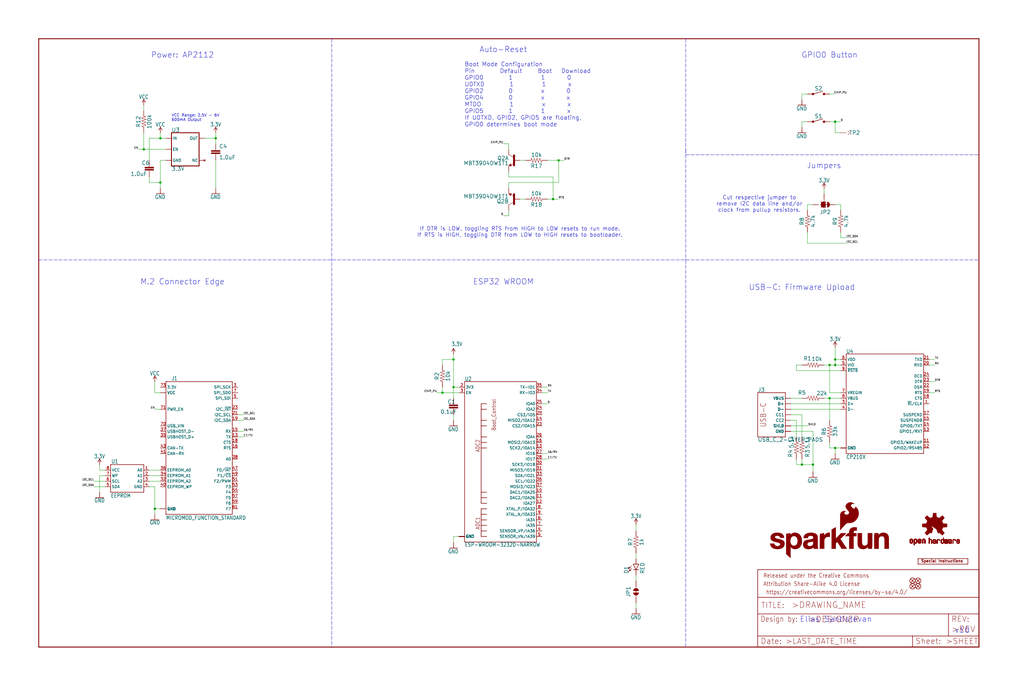
<source format=kicad_sch>
(kicad_sch (version 20211123) (generator eeschema)
  (paper "User" 470.306 317.906)
  (lib_symbols
    (symbol "eagleSchem-eagle-import:0.1UF-0603-25V-(+80{slash}-20%)"
      (property "Reference" "C" (at 1.524 2.921 0))
      (property "Value" "0.1UF-0603-25V-(+80{slash}-20%)" (at 1.524 -2.159 0))
      (symbol "0.1UF-0603-25V-(+80{slash}-20%)_1_0"
        (pin passive line (at 0 5.08 270) (length 2.54) (name "1") (number "1"))
        (pin passive line (at 0 -2.54 90) (length 2.54) (name "2") (number "2"))
      )
    )
    (symbol "eagleSchem-eagle-import:1.0UF-0603-16V-10%"
      (property "Reference" "C" (at 1.524 2.921 0))
      (property "Value" "1.0UF-0603-16V-10%" (at 1.524 -2.159 0))
      (symbol "1.0UF-0603-16V-10%_1_0"
        (pin passive line (at 0 5.08 270) (length 2.54) (name "1") (number "1"))
        (pin passive line (at 0 -2.54 90) (length 2.54) (name "2") (number "2"))
      )
    )
    (symbol "eagleSchem-eagle-import:100KOHM-0603-1{slash}10W-1%"
      (property "Reference" "R" (at 0 1.524 0))
      (property "Value" "100KOHM-0603-1{slash}10W-1%" (at 0 -1.524 0))
      (symbol "100KOHM-0603-1{slash}10W-1%_1_0"
        (pin passive line (at -5.08 0 0) (length 2.54) (name "1") (number "1"))
        (pin passive line (at 5.08 0 180) (length 2.54) (name "2") (number "2"))
      )
    )
    (symbol "eagleSchem-eagle-import:10KOHM-0603-1{slash}10W-1%"
      (property "Reference" "R" (at 0 1.524 0))
      (property "Value" "10KOHM-0603-1{slash}10W-1%" (at 0 -1.524 0))
      (symbol "10KOHM-0603-1{slash}10W-1%_1_0"
        (pin passive line (at -5.08 0 0) (length 2.54) (name "1") (number "1"))
        (pin passive line (at 5.08 0 180) (length 2.54) (name "2") (number "2"))
      )
    )
    (symbol "eagleSchem-eagle-import:1KOHM-0603-1{slash}10W-1%"
      (property "Reference" "R" (at 0 1.524 0))
      (property "Value" "1KOHM-0603-1{slash}10W-1%" (at 0 -1.524 0))
      (symbol "1KOHM-0603-1{slash}10W-1%_1_0"
        (pin passive line (at -5.08 0 0) (length 2.54) (name "1") (number "1"))
        (pin passive line (at 5.08 0 180) (length 2.54) (name "2") (number "2"))
      )
    )
    (symbol "eagleSchem-eagle-import:22KOHM-0603-1{slash}10W-1%"
      (property "Reference" "R" (at 0 1.524 0))
      (property "Value" "22KOHM-0603-1{slash}10W-1%" (at 0 -1.524 0))
      (symbol "22KOHM-0603-1{slash}10W-1%_1_0"
        (pin passive line (at -5.08 0 0) (length 2.54) (name "1") (number "1"))
        (pin passive line (at 5.08 0 180) (length 2.54) (name "2") (number "2"))
      )
    )
    (symbol "eagleSchem-eagle-import:3.3V" (power)
      (property "Value" "3.3V" (at 0 2.794 0))
      (symbol "3.3V_1_0"
        (pin power_in line (at 0 0 90) (length 2.54) (name "3.3V") (number "1"))
      )
    )
    (symbol "eagleSchem-eagle-import:33KOHM-0603-1{slash}10W-1%"
      (property "Reference" "R" (at 0 1.524 0))
      (property "Value" "33KOHM-0603-1{slash}10W-1%" (at 0 -1.524 0))
      (symbol "33KOHM-0603-1{slash}10W-1%_1_0"
        (pin passive line (at -5.08 0 0) (length 2.54) (name "1") (number "1"))
        (pin passive line (at 5.08 0 180) (length 2.54) (name "2") (number "2"))
      )
    )
    (symbol "eagleSchem-eagle-import:4.7KOHM-0603-1{slash}10W-1%"
      (property "Reference" "R" (at 0 1.524 0))
      (property "Value" "4.7KOHM-0603-1{slash}10W-1%" (at 0 -1.524 0))
      (symbol "4.7KOHM-0603-1{slash}10W-1%_1_0"
        (pin passive line (at -5.08 0 0) (length 2.54) (name "1") (number "1"))
        (pin passive line (at 5.08 0 180) (length 2.54) (name "2") (number "2"))
      )
    )
    (symbol "eagleSchem-eagle-import:5.1KOHM5.1KOHM-0603-1{slash}10W-1%"
      (property "Reference" "R" (at 0 1.524 0))
      (property "Value" "5.1KOHM5.1KOHM-0603-1{slash}10W-1%" (at 0 -1.524 0))
      (symbol "5.1KOHM5.1KOHM-0603-1{slash}10W-1%_1_0"
        (pin passive line (at -5.08 0 0) (length 2.54) (name "1") (number "1"))
        (pin passive line (at 5.08 0 180) (length 2.54) (name "2") (number "2"))
      )
    )
    (symbol "eagleSchem-eagle-import:CP2102N"
      (property "Reference" "U" (at -17.78 23.114 0))
      (property "Value" "CP2102N" (at -17.78 -25.4 0))
      (symbol "CP2102N_1_0"
        (pin bidirectional line (at 20.32 0 180) (length 2.54) (name "~{RI}/CLK") (number "1"))
        (pin bidirectional line (at 20.32 -17.78 180) (length 2.54) (name "GPIO3/WAKEUP") (number "11"))
        (pin bidirectional line (at 20.32 -20.32 180) (length 2.54) (name "GPIO2/RS485") (number "12"))
        (pin bidirectional line (at 20.32 -12.7 180) (length 2.54) (name "GPIO1/RXT") (number "13"))
        (pin bidirectional line (at 20.32 -10.16 180) (length 2.54) (name "GPIO0/TXT") (number "14"))
        (pin bidirectional line (at 20.32 -7.62 180) (length 2.54) (name "SUSPENDB") (number "15"))
        (pin bidirectional line (at 20.32 -5.08 180) (length 2.54) (name "SUSPEND") (number "17"))
        (pin bidirectional line (at 20.32 2.54 180) (length 2.54) (name "CTS") (number "18"))
        (pin bidirectional line (at 20.32 5.08 180) (length 2.54) (name "RTS") (number "19"))
        (pin bidirectional line (at -20.32 -20.32 0) (length 2.54) (name "GND") (number "2"))
        (pin bidirectional line (at 20.32 17.78 180) (length 2.54) (name "RXD") (number "20"))
        (pin bidirectional line (at 20.32 20.32 180) (length 2.54) (name "TXD") (number "21"))
        (pin bidirectional line (at 20.32 7.62 180) (length 2.54) (name "DSR") (number "22"))
        (pin bidirectional line (at 20.32 10.16 180) (length 2.54) (name "DTR") (number "23"))
        (pin bidirectional line (at 20.32 12.7 180) (length 2.54) (name "DCD") (number "24"))
        (pin bidirectional line (at -20.32 0 0) (length 2.54) (name "D+") (number "3"))
        (pin bidirectional line (at -20.32 -2.54 0) (length 2.54) (name "D-") (number "4"))
        (pin bidirectional line (at -20.32 17.78 0) (length 2.54) (name "VIO") (number "5"))
        (pin bidirectional line (at -20.32 20.32 0) (length 2.54) (name "VDD") (number "6"))
        (pin bidirectional line (at -20.32 5.08 0) (length 2.54) (name "VREGIN") (number "7"))
        (pin bidirectional line (at -20.32 2.54 0) (length 2.54) (name "VBUS") (number "8"))
        (pin bidirectional line (at -20.32 15.24 0) (length 2.54) (name "~{RSTB}") (number "9"))
        (pin bidirectional line (at -20.32 -20.32 0) (length 2.54) (name "GND") (number "PAD"))
      )
    )
    (symbol "eagleSchem-eagle-import:EEPROM-I2C512K"
      (property "Reference" "U" (at -7.62 8.382 0))
      (property "Value" "EEPROM-I2C512K" (at -7.62 -7.62 0))
      (symbol "EEPROM-I2C512K_1_0"
        (pin bidirectional line (at -10.16 5.08 0) (length 2.54) (name "A0") (number "1"))
        (pin bidirectional line (at -10.16 2.54 0) (length 2.54) (name "A1") (number "2"))
        (pin bidirectional line (at -10.16 0 0) (length 2.54) (name "A2") (number "3"))
        (pin power_in line (at -10.16 -2.54 0) (length 2.54) (name "GND") (number "4"))
        (pin bidirectional line (at 10.16 -2.54 180) (length 2.54) (name "SDA") (number "5"))
        (pin bidirectional line (at 10.16 0 180) (length 2.54) (name "SCL") (number "6"))
        (pin bidirectional line (at 10.16 2.54 180) (length 2.54) (name "WP") (number "7"))
        (pin power_in line (at 10.16 5.08 180) (length 2.54) (name "VCC") (number "8"))
      )
    )
    (symbol "eagleSchem-eagle-import:ESP-WROOM-3232D-NARROW"
      (property "Reference" "U" (at -17.78 38.354 0))
      (property "Value" "ESP-WROOM-3232D-NARROW" (at -17.78 -35.814 0))
      (symbol "ESP-WROOM-3232D-NARROW_1_0"
        (text "ADC1" (at -11.684 -26.924 900) (effects (font (size 1.778 1.5113))))
        (text "ADC2" (at -11.684 8.636 900) (effects (font (size 1.778 1.5113))))
        (text "Boot_Control" (at -4.318 22.86 900) (effects (font (size 1.778 1.5113))))
        (pin bidirectional line (at -20.32 -33.02 0) (length 2.54) (name "GND") (number "1"))
        (pin bidirectional line (at 17.78 -12.7 180) (length 2.54) (name "DAC1/IOA25") (number "10"))
        (pin bidirectional line (at 17.78 -15.24 180) (length 2.54) (name "DAC2/IOA26") (number "11"))
        (pin bidirectional line (at 17.78 -17.78 180) (length 2.54) (name "IOA27") (number "12"))
        (pin bidirectional line (at 17.78 7.62 180) (length 2.54) (name "SCK2/IOA14") (number "13"))
        (pin bidirectional line (at 17.78 20.32 180) (length 2.54) (name "MISO2/IOA12") (number "14"))
        (pin bidirectional line (at -20.32 -33.02 0) (length 2.54) (name "GND") (number "15"))
        (pin bidirectional line (at 17.78 10.16 180) (length 2.54) (name "MOSI2/IOA13") (number "16"))
        (pin bidirectional line (at -20.32 35.56 0) (length 2.54) (name "3V3") (number "2"))
        (pin bidirectional line (at 17.78 17.78 180) (length 2.54) (name "CS2/IOA15") (number "23"))
        (pin bidirectional line (at 17.78 25.4 180) (length 2.54) (name "IOA2") (number "24"))
        (pin bidirectional line (at 17.78 27.94 180) (length 2.54) (name "IOA0") (number "25"))
        (pin bidirectional line (at 17.78 12.7 180) (length 2.54) (name "IOA4") (number "26"))
        (pin bidirectional line (at 17.78 5.08 180) (length 2.54) (name "IO16") (number "27"))
        (pin bidirectional line (at 17.78 2.54 180) (length 2.54) (name "IO17") (number "28"))
        (pin bidirectional line (at 17.78 22.86 180) (length 2.54) (name "CS3/IO5") (number "29"))
        (pin bidirectional line (at -20.32 33.02 0) (length 2.54) (name "EN") (number "3"))
        (pin bidirectional line (at 17.78 0 180) (length 2.54) (name "SCK3/IO18") (number "30"))
        (pin bidirectional line (at 17.78 -2.54 180) (length 2.54) (name "MISO3/IO19") (number "31"))
        (pin bidirectional line (at 17.78 -5.08 180) (length 2.54) (name "SDA/IO21") (number "33"))
        (pin bidirectional line (at 17.78 33.02 180) (length 2.54) (name "RX-IO3") (number "34"))
        (pin bidirectional line (at 17.78 35.56 180) (length 2.54) (name "TX-IO1") (number "35"))
        (pin bidirectional line (at 17.78 -7.62 180) (length 2.54) (name "SCL/IO22") (number "36"))
        (pin bidirectional line (at 17.78 -10.16 180) (length 2.54) (name "MOSI3/IO23") (number "37"))
        (pin bidirectional line (at -20.32 -33.02 0) (length 2.54) (name "GND") (number "38"))
        (pin bidirectional line (at 17.78 -30.48 180) (length 2.54) (name "SENSOR_VP/IA36") (number "4"))
        (pin bidirectional line (at 17.78 -33.02 180) (length 2.54) (name "SENSOR_VN/IA39") (number "5"))
        (pin bidirectional line (at 17.78 -25.4 180) (length 2.54) (name "IA34") (number "6"))
        (pin bidirectional line (at 17.78 -27.94 180) (length 2.54) (name "IA35") (number "7"))
        (pin bidirectional line (at 17.78 -20.32 180) (length 2.54) (name "XTAL_P/IOA32") (number "8"))
        (pin bidirectional line (at 17.78 -22.86 180) (length 2.54) (name "XTAL_N/IOA33") (number "9"))
        (pin bidirectional line (at -20.32 -33.02 0) (length 2.54) (name "GND") (number "GND1"))
        (pin bidirectional line (at -20.32 -33.02 0) (length 2.54) (name "GND") (number "GNDT1"))
        (pin bidirectional line (at -20.32 -33.02 0) (length 2.54) (name "GND") (number "GNDT2"))
        (pin bidirectional line (at -20.32 -33.02 0) (length 2.54) (name "GND") (number "GNDT3"))
        (pin bidirectional line (at -20.32 -33.02 0) (length 2.54) (name "GND") (number "GNDT4"))
        (pin bidirectional line (at -20.32 -33.02 0) (length 2.54) (name "GND") (number "GNDT5"))
        (pin bidirectional line (at -20.32 -33.02 0) (length 2.54) (name "GND") (number "GNDT6"))
        (pin bidirectional line (at -20.32 -33.02 0) (length 2.54) (name "GND") (number "GNDT7"))
        (pin bidirectional line (at -20.32 -33.02 0) (length 2.54) (name "GND") (number "GNDT8"))
      )
    )
    (symbol "eagleSchem-eagle-import:FIDUCIAL1X2")
    (symbol "eagleSchem-eagle-import:FRAME-LEDGER"
      (symbol "FRAME-LEDGER_2_0"
        (text " https://creativecommons.org/licenses/by-sa/4.0/" (at 2.54 24.13 0) (effects (font (size 1.9304 1.6408)) (justify left bottom)))
        (text ">DESIGNER" (at 23.114 11.176 0) (effects (font (size 2.7432 2.7432)) (justify left bottom)))
        (text ">DRAWING_NAME" (at 15.494 17.78 0) (effects (font (size 2.7432 2.7432)) (justify left bottom)))
        (text ">LAST_DATE_TIME" (at 12.7 1.27 0) (effects (font (size 2.54 2.54)) (justify left bottom)))
        (text ">REV" (at 88.9 6.604 0) (effects (font (size 2.7432 2.7432)) (justify left bottom)))
        (text ">SHEET" (at 86.36 1.27 0) (effects (font (size 2.54 2.54)) (justify left bottom)))
        (text "Attribution Share-Alike 4.0 License" (at 2.54 27.94 0) (effects (font (size 1.9304 1.6408)) (justify left bottom)))
        (text "Date:" (at 1.27 1.27 0) (effects (font (size 2.54 2.54)) (justify left bottom)))
        (text "Design by:" (at 1.27 11.43 0) (effects (font (size 2.54 2.159)) (justify left bottom)))
        (text "Released under the Creative Commons" (at 2.54 31.75 0) (effects (font (size 1.9304 1.6408)) (justify left bottom)))
        (text "REV:" (at 88.9 11.43 0) (effects (font (size 2.54 2.54)) (justify left bottom)))
        (text "Sheet:" (at 72.39 1.27 0) (effects (font (size 2.54 2.54)) (justify left bottom)))
        (text "TITLE:" (at 1.524 17.78 0) (effects (font (size 2.54 2.54)) (justify left bottom)))
      )
    )
    (symbol "eagleSchem-eagle-import:GND" (power)
      (property "Value" "GND" (at 0 -0.254 0))
      (symbol "GND_1_0"
        (pin power_in line (at 0 2.54 270) (length 2.54) (name "GND") (number "1"))
      )
    )
    (symbol "eagleSchem-eagle-import:JUMPER-SMT_2_NC_TRACE_SILK"
      (property "Reference" "JP" (at 0 3.048 0))
      (property "Value" "JUMPER-SMT_2_NC_TRACE_SILK" (at 0 -3.048 0))
      (symbol "JUMPER-SMT_2_NC_TRACE_SILK_1_0"
        (pin passive line (at -5.08 0 0) (length 2.54) (name "1") (number "1"))
        (pin passive line (at 5.08 0 180) (length 2.54) (name "2") (number "2"))
      )
    )
    (symbol "eagleSchem-eagle-import:JUMPER-SMT_3_2-NC_TRACE_SILK"
      (property "Reference" "JP" (at 6.096 1.524 0))
      (property "Value" "JUMPER-SMT_3_2-NC_TRACE_SILK" (at 6.858 -1.524 0))
      (symbol "JUMPER-SMT_3_2-NC_TRACE_SILK_1_0"
        (pin passive line (at 0 5.08 270) (length 2.54) (name "1") (number "1"))
        (pin passive line (at -5.08 0 0) (length 2.54) (name "2") (number "2"))
        (pin passive line (at 0 -5.08 90) (length 2.54) (name "3") (number "3"))
      )
    )
    (symbol "eagleSchem-eagle-import:LED-RED0603"
      (property "Reference" "D" (at -3.429 -4.572 90))
      (property "Value" "LED-RED0603" (at 1.905 -4.572 90))
      (symbol "LED-RED0603_1_0"
        (pin passive line (at 0 2.54 270) (length 2.54) (name "A") (number "A"))
        (pin passive line (at 0 -5.08 90) (length 2.54) (name "C") (number "C"))
      )
    )
    (symbol "eagleSchem-eagle-import:MICROMOD_FUNCTION_STANDARD"
      (property "Reference" "J" (at -15.24 28.448 0))
      (property "Value" "MICROMOD_FUNCTION_STANDARD" (at -15.24 -35.56 0))
      (symbol "MICROMOD_FUNCTION_STANDARD_1_0"
        (pin bidirectional line (at -17.78 -30.48 0) (length 2.54) (name "GND") (number "1"))
        (pin bidirectional line (at 17.78 2.54 180) (length 2.54) (name "TX") (number "13"))
        (pin bidirectional line (at 17.78 5.08 180) (length 2.54) (name "RX") (number "15"))
        (pin bidirectional line (at 17.78 -2.54 180) (length 2.54) (name "RTS") (number "16"))
        (pin bidirectional line (at 17.78 0 180) (length 2.54) (name "CTS") (number "18"))
        (pin bidirectional line (at 17.78 10.16 180) (length 2.54) (name "I2C_SDA") (number "19"))
        (pin bidirectional line (at 17.78 12.7 180) (length 2.54) (name "I2C_SCL") (number "21"))
        (pin bidirectional line (at 17.78 15.24 180) (length 2.54) (name "I2C_~{INT}") (number "23"))
        (pin bidirectional line (at 17.78 25.4 180) (length 2.54) (name "SPI_SCK") (number "3"))
        (pin bidirectional line (at -17.78 -17.78 0) (length 2.54) (name "EEPROM_A2") (number "32"))
        (pin bidirectional line (at -17.78 -30.48 0) (length 2.54) (name "GND") (number "33"))
        (pin bidirectional line (at -17.78 -15.24 0) (length 2.54) (name "EEPROM_A1") (number "34"))
        (pin bidirectional line (at -17.78 2.54 0) (length 2.54) (name "USBHOST_D+") (number "35"))
        (pin bidirectional line (at -17.78 -12.7 0) (length 2.54) (name "EEPROM_A0") (number "36"))
        (pin bidirectional line (at -17.78 5.08 0) (length 2.54) (name "USBHOST_D-") (number "37"))
        (pin bidirectional line (at 17.78 -7.62 180) (length 2.54) (name "A0") (number "38"))
        (pin bidirectional line (at -17.78 -30.48 0) (length 2.54) (name "GND") (number "39"))
        (pin bidirectional line (at -17.78 -20.32 0) (length 2.54) (name "EEPROM_WP") (number "40"))
        (pin bidirectional line (at -17.78 -5.08 0) (length 2.54) (name "CAN-RX") (number "41"))
        (pin bidirectional line (at -17.78 -2.54 0) (length 2.54) (name "CAN-TX") (number "43"))
        (pin bidirectional line (at -17.78 -30.48 0) (length 2.54) (name "GND") (number "45"))
        (pin bidirectional line (at 17.78 -12.7 180) (length 2.54) (name "F0/~{INT}") (number "47"))
        (pin bidirectional line (at 17.78 -15.24 180) (length 2.54) (name "F1/~{CS}") (number "49"))
        (pin bidirectional line (at 17.78 20.32 180) (length 2.54) (name "SPI_SDI") (number "5"))
        (pin bidirectional line (at 17.78 -17.78 180) (length 2.54) (name "F2/PWM") (number "51"))
        (pin bidirectional line (at 17.78 -20.32 180) (length 2.54) (name "F3") (number "53"))
        (pin bidirectional line (at 17.78 -22.86 180) (length 2.54) (name "F4") (number "55"))
        (pin bidirectional line (at 17.78 -25.4 180) (length 2.54) (name "F5") (number "57"))
        (pin bidirectional line (at 17.78 -27.94 180) (length 2.54) (name "F6") (number "59"))
        (pin bidirectional line (at 17.78 -30.48 180) (length 2.54) (name "F7") (number "61"))
        (pin bidirectional line (at 17.78 22.86 180) (length 2.54) (name "SPI_SDO") (number "7"))
        (pin bidirectional line (at -17.78 7.62 0) (length 2.54) (name "USB_VIN") (number "70"))
        (pin bidirectional line (at -17.78 15.24 0) (length 2.54) (name "PWR_EN") (number "71"))
        (pin bidirectional line (at -17.78 22.86 0) (length 2.54) (name "VCC") (number "72"))
        (pin bidirectional line (at -17.78 25.4 0) (length 2.54) (name "3.3V") (number "73"))
        (pin bidirectional line (at -17.78 22.86 0) (length 2.54) (name "VCC") (number "74"))
        (pin bidirectional line (at -17.78 -30.48 0) (length 2.54) (name "GND") (number "75"))
        (pin bidirectional line (at -17.78 -30.48 0) (length 2.54) (name "GND") (number "GND1"))
        (pin bidirectional line (at -17.78 -30.48 0) (length 2.54) (name "GND") (number "GND2"))
        (pin bidirectional line (at -17.78 -30.48 0) (length 2.54) (name "GND") (number "GND3"))
        (pin bidirectional line (at -17.78 -30.48 0) (length 2.54) (name "GND") (number "GND4"))
        (pin bidirectional line (at -17.78 -30.48 0) (length 2.54) (name "GND") (number "GND5"))
        (pin bidirectional line (at -17.78 -30.48 0) (length 2.54) (name "GND") (number "GND6"))
      )
    )
    (symbol "eagleSchem-eagle-import:MOMENTARY-SWITCH-SPST-SMD-5.2MM-TALL"
      (property "Reference" "S" (at 0 1.524 0))
      (property "Value" "MOMENTARY-SWITCH-SPST-SMD-5.2MM-TALL" (at 0 -0.508 0))
      (symbol "MOMENTARY-SWITCH-SPST-SMD-5.2MM-TALL_1_0"
        (pin passive line (at -5.08 0 0) (length 2.54) (name "1") (number "1"))
        (pin passive line (at 5.08 0 180) (length 2.54) (name "2") (number "3"))
      )
    )
    (symbol "eagleSchem-eagle-import:OSHW-LOGOS")
    (symbol "eagleSchem-eagle-import:SFE_LOGO_NAME_FLAME.2_INCH")
    (symbol "eagleSchem-eagle-import:SPECIAL_INSTRUCTIONS-ORDERING"
      (symbol "SPECIAL_INSTRUCTIONS-ORDERING_1_0"
        (text "Special Instructions" (at 1.27 0.6985 0) (effects (font (size 1.27 1.27) (thickness 0.254) bold) (justify left bottom)))
      )
    )
    (symbol "eagleSchem-eagle-import:TEST-POINTTP_15TH_THRU"
      (property "Reference" "TP" (at -2.54 2.54 0))
      (property "Value" "TEST-POINTTP_15TH_THRU" (at -2.54 -2.54 0))
      (symbol "TEST-POINTTP_15TH_THRU_1_0"
        (pin bidirectional line (at 0 0 180) (length 0) (name "1") (number "1"))
      )
    )
    (symbol "eagleSchem-eagle-import:TRANS_NPN_DUAL-MBT3904DW1T1"
      (property "Reference" "Q" (at 2.54 0 0))
      (property "Value" "TRANS_NPN_DUAL-MBT3904DW1T1" (at 2.54 -2.286 0))
      (symbol "TRANS_NPN_DUAL-MBT3904DW1T1_1_0"
        (pin passive line (at 2.54 5.08 270) (length 2.54) (name "C") (number "3"))
        (pin passive line (at 2.54 -5.08 90) (length 2.54) (name "E") (number "4"))
        (pin passive line (at -2.54 0 0) (length 2.54) (name "B") (number "5"))
      )
      (symbol "TRANS_NPN_DUAL-MBT3904DW1T1_2_0"
        (pin passive line (at 2.54 -5.08 90) (length 2.54) (name "E") (number "1"))
        (pin passive line (at -2.54 0 0) (length 2.54) (name "B") (number "2"))
        (pin passive line (at 2.54 5.08 270) (length 2.54) (name "C") (number "6"))
      )
    )
    (symbol "eagleSchem-eagle-import:USB_C_2-LAYER_PADS"
      (property "Reference" "J" (at -2.54 10.414 0))
      (property "Value" "USB_C_2-LAYER_PADS" (at -2.54 -12.446 0))
      (symbol "USB_C_2-LAYER_PADS_1_0"
        (text "USB-C" (at 0 0 900) (effects (font (size 2.54 2.159))))
        (pin bidirectional line (at 12.7 0 180) (length 2.54) (name "CC1") (number "A5"))
        (pin bidirectional line (at 12.7 5.08 180) (length 2.54) (name "D+") (number "A6"))
        (pin bidirectional line (at 12.7 2.54 180) (length 2.54) (name "D-") (number "A7"))
        (pin bidirectional line (at 12.7 -2.54 180) (length 2.54) (name "CC2") (number "B5"))
        (pin bidirectional line (at 12.7 5.08 180) (length 2.54) (name "D+") (number "B6"))
        (pin bidirectional line (at 12.7 2.54 180) (length 2.54) (name "D-") (number "B7"))
        (pin bidirectional line (at 12.7 -7.62 180) (length 2.54) (name "GND") (number "GND"))
        (pin bidirectional line (at 12.7 -7.62 180) (length 2.54) (name "GND") (number "GND2"))
        (pin bidirectional line (at 12.7 -5.08 180) (length 2.54) (name "SHLD") (number "SHLD1"))
        (pin bidirectional line (at 12.7 -5.08 180) (length 2.54) (name "SHLD") (number "SHLD2"))
        (pin bidirectional line (at 12.7 -5.08 180) (length 2.54) (name "SHLD") (number "SHLD3"))
        (pin bidirectional line (at 12.7 -5.08 180) (length 2.54) (name "SHLD") (number "SHLD4"))
        (pin bidirectional line (at 12.7 7.62 180) (length 2.54) (name "VBUS") (number "VBUS1"))
        (pin bidirectional line (at 12.7 7.62 180) (length 2.54) (name "VBUS") (number "VBUS2"))
      )
    )
    (symbol "eagleSchem-eagle-import:VCC" (power)
      (property "Value" "VCC" (at 0 2.794 0))
      (symbol "VCC_1_0"
        (pin power_in line (at 0 0 90) (length 2.54) (name "VCC") (number "1"))
      )
    )
    (symbol "eagleSchem-eagle-import:V_REG_AP2112K-3.3V"
      (property "Reference" "U" (at -7.62 7.874 0))
      (property "Value" "V_REG_AP2112K-3.3V" (at -7.62 -7.874 0))
      (symbol "V_REG_AP2112K-3.3V_1_0"
        (pin input line (at -10.16 5.08 0) (length 2.54) (name "IN") (number "1"))
        (pin input line (at -10.16 -5.08 0) (length 2.54) (name "GND") (number "2"))
        (pin input line (at -10.16 0 0) (length 2.54) (name "EN") (number "3"))
        (pin no_connect line (at 7.62 -5.08 180) (length 2.54) (name "NC") (number "4"))
        (pin passive line (at 7.62 5.08 180) (length 2.54) (name "OUT") (number "5"))
      )
    )
  )
  (junction (at 208.28 177.8))
  (junction (at 203.2 180.34))
  (junction (at 73.66 83.82))
  (junction (at 73.66 63.5))
  (junction (at 71.12 233.68))
  (junction (at 381 182.88))
  (junction (at 256.54 73.66))
  (junction (at 381 167.64))
  (junction (at 373.38 213.36))
  (junction (at 99.06 63.5))
  (junction (at 368.3 213.36))
  (junction (at 254 91.44))
  (junction (at 383.54 55.88))
  (junction (at 383.54 205.74))
  (junction (at 383.54 165.1))
  (junction (at 66.04 68.58))
  (junction (at 208.28 165.1))
  (junction (at 383.54 167.64))
  (wire (pts (xy 73.66 220.98) (xy 68.58 220.98)))
  (wire (pts (xy 251.46 73.66) (xy 256.54 73.66)))
  (wire (pts (xy 363.22 193.04) (xy 365.76 193.04)))
  (wire (pts (xy 248.92 180.34) (xy 251.46 180.34)))
  (wire (pts (xy 73.66 233.68) (xy 71.12 233.68)))
  (wire (pts (xy 365.76 170.18) (xy 365.76 167.64)))
  (wire (pts (xy 48.26 223.52) (xy 43.18 223.52)))
  (wire (pts (xy 292.1 266.7) (xy 292.1 264.16)))
  (wire (pts (xy 241.3 73.66) (xy 238.76 73.66)))
  (wire (pts (xy 248.92 177.8) (xy 251.46 177.8)))
  (wire (pts (xy 254 81.28) (xy 233.68 81.28)))
  (wire (pts (xy 373.38 93.98) (xy 370.84 93.98)))
  (wire (pts (xy 210.82 180.34) (xy 203.2 180.34)))
  (wire (pts (xy 99.06 63.5) (xy 99.06 66.04)))
  (wire (pts (xy 426.72 175.26) (xy 429.26 175.26)))
  (wire (pts (xy 386.08 180.34) (xy 381 180.34)))
  (wire (pts (xy 383.54 60.96) (xy 386.08 60.96)))
  (wire (pts (xy 368.3 213.36) (xy 373.38 213.36)))
  (wire (pts (xy 208.28 165.1) (xy 203.2 165.1)))
  (wire (pts (xy 208.28 190.5) (xy 208.28 193.04)))
  (wire (pts (xy 233.68 68.58) (xy 233.68 66.04)))
  (polyline (pts (xy 17.78 119.38) (xy 314.96 119.38)))
  (wire (pts (xy 71.12 180.34) (xy 71.12 175.26)))
  (polyline (pts (xy 314.96 119.38) (xy 314.96 297.18)))
  (wire (pts (xy 73.66 73.66) (xy 73.66 83.82)))
  (wire (pts (xy 370.84 43.18) (xy 368.3 43.18)))
  (wire (pts (xy 386.08 170.18) (xy 365.76 170.18)))
  (wire (pts (xy 71.12 223.52) (xy 71.12 233.68)))
  (wire (pts (xy 73.66 83.82) (xy 73.66 86.36)))
  (wire (pts (xy 254 91.44) (xy 256.54 91.44)))
  (wire (pts (xy 256.54 83.82) (xy 256.54 73.66)))
  (wire (pts (xy 241.3 91.44) (xy 238.76 91.44)))
  (wire (pts (xy 370.84 93.98) (xy 370.84 96.52)))
  (wire (pts (xy 208.28 177.8) (xy 210.82 177.8)))
  (wire (pts (xy 426.72 180.34) (xy 429.26 180.34)))
  (wire (pts (xy 73.66 180.34) (xy 71.12 180.34)))
  (wire (pts (xy 368.3 210.82) (xy 368.3 213.36)))
  (wire (pts (xy 248.92 208.28) (xy 251.46 208.28)))
  (wire (pts (xy 203.2 165.1) (xy 203.2 167.64)))
  (polyline (pts (xy 314.96 71.12) (xy 449.58 71.12)))
  (wire (pts (xy 66.04 50.8) (xy 66.04 48.26)))
  (wire (pts (xy 45.72 218.44) (xy 45.72 226.06)))
  (wire (pts (xy 208.28 246.38) (xy 208.28 249.174)))
  (wire (pts (xy 248.92 185.42) (xy 251.46 185.42)))
  (wire (pts (xy 386.08 185.42) (xy 363.22 185.42)))
  (wire (pts (xy 76.2 73.66) (xy 73.66 73.66)))
  (wire (pts (xy 73.66 218.44) (xy 68.58 218.44)))
  (wire (pts (xy 381 180.34) (xy 381 167.64)))
  (wire (pts (xy 363.22 187.96) (xy 386.08 187.96)))
  (wire (pts (xy 386.08 93.98) (xy 383.54 93.98)))
  (wire (pts (xy 365.76 193.04) (xy 365.76 200.66)))
  (wire (pts (xy 71.12 233.68) (xy 71.12 236.22)))
  (wire (pts (xy 378.46 86.614) (xy 378.46 88.9)))
  (wire (pts (xy 363.22 182.88) (xy 368.3 182.88)))
  (wire (pts (xy 386.08 106.68) (xy 386.08 109.22)))
  (wire (pts (xy 383.54 167.64) (xy 381 167.64)))
  (wire (pts (xy 48.26 220.98) (xy 43.18 220.98)))
  (polyline (pts (xy 314.96 68.58) (xy 314.96 71.12)))
  (wire (pts (xy 383.54 55.88) (xy 383.54 60.96)))
  (wire (pts (xy 386.08 96.52) (xy 386.08 93.98)))
  (wire (pts (xy 233.68 86.36) (xy 233.68 83.82)))
  (wire (pts (xy 373.38 198.12) (xy 373.38 213.36)))
  (wire (pts (xy 109.22 198.12) (xy 111.76 198.12)))
  (wire (pts (xy 48.26 215.9) (xy 45.72 215.9)))
  (wire (pts (xy 66.04 68.58) (xy 66.04 60.96)))
  (wire (pts (xy 73.66 215.9) (xy 68.58 215.9)))
  (wire (pts (xy 76.2 68.58) (xy 66.04 68.58)))
  (wire (pts (xy 254 91.44) (xy 254 81.28)))
  (wire (pts (xy 109.22 193.04) (xy 111.76 193.04)))
  (polyline (pts (xy 314.96 68.58) (xy 314.96 119.38)))
  (wire (pts (xy 381 182.88) (xy 381 193.04)))
  (wire (pts (xy 99.06 60.96) (xy 99.06 63.5)))
  (wire (pts (xy 68.58 73.66) (xy 68.58 63.5)))
  (wire (pts (xy 208.28 177.8) (xy 208.28 182.88)))
  (wire (pts (xy 426.72 165.1) (xy 429.26 165.1)))
  (wire (pts (xy 378.46 182.88) (xy 381 182.88)))
  (wire (pts (xy 368.3 190.5) (xy 368.3 200.66)))
  (wire (pts (xy 48.26 218.44) (xy 45.72 218.44)))
  (wire (pts (xy 370.84 111.76) (xy 388.62 111.76)))
  (wire (pts (xy 386.08 167.64) (xy 383.54 167.64)))
  (wire (pts (xy 68.58 83.82) (xy 68.58 81.28)))
  (wire (pts (xy 381 167.64) (xy 378.46 167.64)))
  (wire (pts (xy 66.04 68.58) (xy 63.5 68.58)))
  (wire (pts (xy 93.98 63.5) (xy 99.06 63.5)))
  (wire (pts (xy 363.22 198.12) (xy 373.38 198.12)))
  (polyline (pts (xy 314.96 17.78) (xy 314.96 68.58)))
  (wire (pts (xy 381 205.74) (xy 381 203.2)))
  (polyline (pts (xy 314.96 119.38) (xy 449.58 119.38)))
  (wire (pts (xy 386.08 165.1) (xy 383.54 165.1)))
  (wire (pts (xy 292.1 243.84) (xy 292.1 240.792)))
  (wire (pts (xy 208.28 162.56) (xy 208.28 165.1)))
  (wire (pts (xy 68.58 223.52) (xy 71.12 223.52)))
  (wire (pts (xy 76.2 63.5) (xy 73.66 63.5)))
  (wire (pts (xy 383.54 205.74) (xy 381 205.74)))
  (wire (pts (xy 233.68 99.06) (xy 233.68 96.52)))
  (wire (pts (xy 426.72 167.64) (xy 429.26 167.64)))
  (wire (pts (xy 292.1 256.54) (xy 292.1 254)))
  (wire (pts (xy 365.76 167.64) (xy 368.3 167.64)))
  (wire (pts (xy 370.84 106.68) (xy 370.84 111.76)))
  (wire (pts (xy 383.54 165.1) (xy 383.54 159.512)))
  (wire (pts (xy 386.08 205.74) (xy 383.54 205.74)))
  (wire (pts (xy 381 182.88) (xy 386.08 182.88)))
  (wire (pts (xy 256.54 73.66) (xy 259.08 73.66)))
  (wire (pts (xy 381 55.88) (xy 383.54 55.88)))
  (wire (pts (xy 73.66 63.5) (xy 73.66 60.96)))
  (wire (pts (xy 233.68 81.28) (xy 233.68 78.74)))
  (wire (pts (xy 381 43.18) (xy 383.032 43.18)))
  (wire (pts (xy 373.38 213.36) (xy 373.38 216.662)))
  (wire (pts (xy 111.76 200.66) (xy 109.22 200.66)))
  (wire (pts (xy 203.2 180.34) (xy 200.66 180.34)))
  (wire (pts (xy 68.58 83.82) (xy 73.66 83.82)))
  (wire (pts (xy 368.3 55.88) (xy 368.3 58.42)))
  (wire (pts (xy 363.22 190.5) (xy 368.3 190.5)))
  (wire (pts (xy 109.22 190.5) (xy 111.76 190.5)))
  (wire (pts (xy 251.46 91.44) (xy 254 91.44)))
  (wire (pts (xy 73.66 187.96) (xy 71.12 187.96)))
  (wire (pts (xy 99.06 86.36) (xy 99.06 73.66)))
  (wire (pts (xy 45.72 215.9) (xy 45.72 213.36)))
  (wire (pts (xy 386.08 109.22) (xy 388.62 109.22)))
  (wire (pts (xy 383.54 205.74) (xy 383.54 208.28)))
  (wire (pts (xy 233.68 66.04) (xy 231.14 66.04)))
  (wire (pts (xy 370.84 55.88) (xy 368.3 55.88)))
  (wire (pts (xy 68.58 63.5) (xy 73.66 63.5)))
  (wire (pts (xy 210.82 246.38) (xy 208.28 246.38)))
  (wire (pts (xy 248.92 210.82) (xy 251.46 210.82)))
  (wire (pts (xy 292.1 279.4) (xy 292.1 276.86)))
  (wire (pts (xy 383.54 55.88) (xy 386.08 55.88)))
  (wire (pts (xy 203.2 180.34) (xy 203.2 177.8)))
  (wire (pts (xy 383.54 167.64) (xy 383.54 165.1)))
  (wire (pts (xy 233.68 99.06) (xy 231.14 99.06)))
  (wire (pts (xy 233.68 83.82) (xy 256.54 83.82)))
  (wire (pts (xy 208.28 165.1) (xy 208.28 177.8)))
  (wire (pts (xy 363.22 195.58) (xy 371.094 195.58)))
  (polyline (pts (xy 152.4 17.78) (xy 152.4 297.18)))
  (wire (pts (xy 365.76 210.82) (xy 365.76 213.36)))
  (wire (pts (xy 365.76 213.36) (xy 368.3 213.36)))
  (wire (pts (xy 368.3 43.18) (xy 368.3 45.72)))
  (text "Cut respective jumper to\nremove I2C data line and/or\nclock from pullup resistors." (at 348.742 93.726 0) (effects (font (size 1.778 1.778))))
  (text "If DTR is LOW, toggling RTS from HIGH to LOW resets to run mode.\nIf RTS is HIGH, toggling DTR from LOW to HIGH resets to bootloader." (at 238.76 104.14 0) (effects (font (size 1.778 1.778)) (justify top)))
  (text "Power: AP2112" (at 83.82 25.4 180) (effects (font (size 2.54 2.54))))
  (text "GPIO0 Button" (at 381 25.4 180) (effects (font (size 2.54 2.54))))
  (text "Auto-Reset" (at 231.14 22.86 180) (effects (font (size 2.54 2.54))))
  (text "v10" (at 441.96 289.56 180) (effects (font (size 2.54 2.54))))
  (text "USB-C: Firmware Upload" (at 368.3 132.08 180) (effects (font (size 2.54 2.54))))
  (text "Elias Santistevan" (at 367.284 286.004 180) (effects (font (size 2.54 2.54)) (justify left bottom)))
  (text "M.2 Connector Edge" (at 83.82 129.54 180) (effects (font (size 2.54 2.54))))
  (text "VCC Range: 2.5V - 6V\n600mA Output" (at 78.74 55.88 180) (effects (font (size 1.27 1.27)) (justify left bottom)))
  (text "Jumpers" (at 378.46 76.2 180) (effects (font (size 2.54 2.54))))
  (text "ESP32 WROOM" (at 231.14 129.54 180) (effects (font (size 2.54 2.54))))
  (text "Boot Mode Configuration\nPin        Default     Boot   Download\nGPIO0        1         1       0\nU0TXD        1         1       x\nGPIO2        0         x       0\nGPIO4        0         x       x\nMTDO         1         x       x\nGPIO5        1         1       x\nIf U0TXD, GPIO2, GPIO5 are floating,\nGPIO0 determines boot mode" (at 213.36 58.42 0) (effects (font (size 1.905 1.905)) (justify left bottom)))
  (label "16/RX" (at 111.76 198.12 0) (effects (font (size 0.889 0.889))))
  (label "RTS" (at 429.26 180.34 0) (effects (font (size 0.889 0.889))))
  (label "I2C_SDA" (at 388.62 109.22 0) (effects (font (size 0.889 0.889))))
  (label "I2C_SCL" (at 388.62 111.76 0) (effects (font (size 0.889 0.889))))
  (label "0" (at 231.14 99.06 180) (effects (font (size 0.889 0.889))))
  (label "0" (at 251.46 185.42 0) (effects (font (size 0.889 0.889))))
  (label "CHIP_PU" (at 383.032 43.18 0) (effects (font (size 0.889 0.889))))
  (label "CHIP_PU" (at 231.14 66.04 180) (effects (font (size 0.889 0.889))))
  (label "I2C_SCL" (at 43.18 220.98 180) (effects (font (size 0.889 0.889))))
  (label "EN" (at 63.5 68.58 180) (effects (font (size 0.889 0.889))))
  (label "RX" (at 251.46 177.8 0) (effects (font (size 0.889 0.889))))
  (label "I2C_SDA" (at 111.76 193.04 0) (effects (font (size 0.889 0.889))))
  (label "17/TX" (at 111.76 200.66 0) (effects (font (size 0.889 0.889))))
  (label "16/RX" (at 251.46 208.28 0) (effects (font (size 0.889 0.889))))
  (label "DTR" (at 429.26 175.26 0) (effects (font (size 0.889 0.889))))
  (label "RX" (at 429.26 167.64 0) (effects (font (size 0.889 0.889))))
  (label "I2C_SDA" (at 43.18 223.52 180) (effects (font (size 0.889 0.889))))
  (label "TX" (at 429.26 165.1 0) (effects (font (size 0.889 0.889))))
  (label "DTR" (at 259.08 73.66 0) (effects (font (size 0.889 0.889))))
  (label "I2C_SCL" (at 111.76 190.5 0) (effects (font (size 0.889 0.889))))
  (label "CHIP_PU" (at 200.66 180.34 180) (effects (font (size 0.889 0.889))))
  (label "17/TX" (at 251.46 210.82 0) (effects (font (size 0.889 0.889))))
  (label "SHLD" (at 371.094 195.58 0) (effects (font (size 0.889 0.889))))
  (label "EN" (at 71.12 187.96 180) (effects (font (size 0.889 0.889))))
  (label "0" (at 386.08 55.88 0) (effects (font (size 0.889 0.889))))
  (label "RTS" (at 256.54 91.44 0) (effects (font (size 0.889 0.889))))
  (label "TX" (at 251.46 180.34 0) (effects (font (size 0.889 0.889))))
  (symbol (lib_id "eagleSchem-eagle-import:GND") (at 368.3 48.26 0) (unit 1)
    (property "Reference" "#GND5" (effects hide))
    (property "Value" "GND" (at 365.76 50.8 0) (effects (font (size 1.778 1.5113)) (justify left bottom)))
    (property "Footprint" "eagleSchem:" (effects hide))
  )
  (symbol (lib_id "eagleSchem-eagle-import:3.3V") (at 383.54 159.512 0) (unit 1)
    (property "Reference" "#SUPPLY9" (effects hide))
    (property "Value" "3.3V" (at 383.54 156.718 0) (effects (font (size 1.778 1.5113)) (justify bottom)))
    (property "Footprint" "eagleSchem:" (effects hide))
  )
  (symbol (lib_id "eagleSchem-eagle-import:4.7KOHM-0603-1{slash}10W-1%") (at 370.84 101.6 90) (unit 1)
    (property "Reference" "R8" (at 369.316 101.6 0) (effects (font (size 1.778 1.778)) (justify bottom)))
    (property "Value" "4.7k" (at 372.364 101.6 0) (effects (font (size 1.778 1.778)) (justify top)))
    (property "Footprint" "eagleSchem:0603" (effects hide))
  )
  (symbol (lib_id "eagleSchem-eagle-import:TRANS_NPN_DUAL-MBT3904DW1T1") (at 236.22 91.44 180) (unit 2)
    (property "Reference" "Q2" (at 233.68 91.44 0) (effects (font (size 1.778 1.778)) (justify left bottom)))
    (property "Value" "MBT3904DW1T1" (at 233.68 89.154 0) (effects (font (size 1.778 1.778)) (justify left bottom)))
    (property "Footprint" "eagleSchem:SC70-6" (effects hide))
  )
  (symbol (lib_id "eagleSchem-eagle-import:GND") (at 208.28 195.58 0) (unit 1)
    (property "Reference" "#GND6" (effects hide))
    (property "Value" "GND" (at 205.74 198.12 0) (effects (font (size 1.778 1.5113)) (justify left bottom)))
    (property "Footprint" "eagleSchem:" (effects hide))
  )
  (symbol (lib_id "eagleSchem-eagle-import:GND") (at 383.54 210.82 0) (unit 1)
    (property "Reference" "#GND7" (effects hide))
    (property "Value" "GND" (at 381 213.36 0) (effects (font (size 1.778 1.5113)) (justify left bottom)))
    (property "Footprint" "eagleSchem:" (effects hide))
  )
  (symbol (lib_id "eagleSchem-eagle-import:VCC") (at 73.66 60.96 0) (unit 1)
    (property "Reference" "#SUPPLY7" (effects hide))
    (property "Value" "VCC" (at 73.66 58.166 0) (effects (font (size 1.778 1.5113)) (justify bottom)))
    (property "Footprint" "eagleSchem:" (effects hide))
  )
  (symbol (lib_id "eagleSchem-eagle-import:3.3V") (at 208.28 162.56 0) (unit 1)
    (property "Reference" "#SUPPLY6" (effects hide))
    (property "Value" "3.3V" (at 207.264 159.004 0) (effects (font (size 1.778 1.5113)) (justify left bottom)))
    (property "Footprint" "eagleSchem:" (effects hide))
  )
  (symbol (lib_id "eagleSchem-eagle-import:FRAME-LEDGER") (at 17.78 297.18 0) (unit 1)
    (property "Reference" "FRAME2" (effects hide))
    (property "Value" "FRAME-LEDGER" (effects hide))
    (property "Footprint" "eagleSchem:CREATIVE_COMMONS" (effects hide))
  )
  (symbol (lib_id "eagleSchem-eagle-import:OSHW-LOGOS") (at 429.26 241.3 0) (unit 1)
    (property "Reference" "LOGO3" (effects hide))
    (property "Value" "OSHW-LOGOS" (effects hide))
    (property "Footprint" "eagleSchem:OSHW-LOGO-S" (effects hide))
  )
  (symbol (lib_id "eagleSchem-eagle-import:FRAME-LEDGER") (at 347.98 297.18 0) (unit 2)
    (property "Reference" "FRAME2" (effects hide))
    (property "Value" "FRAME-LEDGER" (effects hide))
    (property "Footprint" "eagleSchem:CREATIVE_COMMONS" (effects hide))
  )
  (symbol (lib_id "eagleSchem-eagle-import:5.1KOHM5.1KOHM-0603-1{slash}10W-1%") (at 365.76 205.74 90) (unit 1)
    (property "Reference" "R4" (at 363.982 208.28 0) (effects (font (size 1.778 1.778)) (justify bottom)))
    (property "Value" "5.1k" (at 362.458 202.946 0) (effects (font (size 1.778 1.778)) (justify top)))
    (property "Footprint" "eagleSchem:0603" (effects hide))
  )
  (symbol (lib_id "eagleSchem-eagle-import:10KOHM-0603-1{slash}10W-1%") (at 203.2 172.72 90) (unit 1)
    (property "Reference" "R2" (at 201.676 172.72 0) (effects (font (size 1.778 1.778)) (justify bottom)))
    (property "Value" "10k" (at 204.724 172.72 0) (effects (font (size 1.778 1.778)) (justify top)))
    (property "Footprint" "eagleSchem:0603" (effects hide))
  )
  (symbol (lib_id "eagleSchem-eagle-import:4.7KOHM-0603-1{slash}10W-1%") (at 386.08 101.6 90) (unit 1)
    (property "Reference" "R9" (at 384.556 101.6 0) (effects (font (size 1.778 1.778)) (justify bottom)))
    (property "Value" "4.7k" (at 387.604 101.6 0) (effects (font (size 1.778 1.778)) (justify top)))
    (property "Footprint" "eagleSchem:0603" (effects hide))
  )
  (symbol (lib_id "eagleSchem-eagle-import:0.1UF-0603-25V-(+80{slash}-20%)") (at 208.28 187.96 0) (unit 1)
    (property "Reference" "C1" (at 205.486 185.547 0) (effects (font (size 1.778 1.778)) (justify left bottom)))
    (property "Value" "0.1uF" (at 202.184 190.119 0) (effects (font (size 1.778 1.778)) (justify left bottom)))
    (property "Footprint" "eagleSchem:0603" (effects hide))
  )
  (symbol (lib_id "eagleSchem-eagle-import:GND") (at 373.38 219.202 0) (unit 1)
    (property "Reference" "#GND26" (effects hide))
    (property "Value" "GND" (at 370.84 221.742 0) (effects (font (size 1.778 1.5113)) (justify left bottom)))
    (property "Footprint" "eagleSchem:" (effects hide))
  )
  (symbol (lib_id "eagleSchem-eagle-import:3.3V") (at 292.1 240.792 0) (unit 1)
    (property "Reference" "#SUPPLY2" (effects hide))
    (property "Value" "3.3V" (at 292.1 237.998 0) (effects (font (size 1.778 1.5113)) (justify bottom)))
    (property "Footprint" "eagleSchem:" (effects hide))
  )
  (symbol (lib_id "eagleSchem-eagle-import:GND") (at 208.28 251.714 0) (unit 1)
    (property "Reference" "#GND8" (effects hide))
    (property "Value" "GND" (at 205.74 254.254 0) (effects (font (size 1.778 1.5113)) (justify left bottom)))
    (property "Footprint" "eagleSchem:" (effects hide))
  )
  (symbol (lib_id "eagleSchem-eagle-import:EEPROM-I2C512K") (at 58.42 220.98 0) (mirror y) (unit 1)
    (property "Reference" "U1" (at 51.054 212.852 0) (effects (font (size 1.778 1.5113)) (justify right bottom)))
    (property "Value" "EEPROM" (at 50.8 228.6 0) (effects (font (size 1.778 1.5113)) (justify right bottom)))
    (property "Footprint" "eagleSchem:SO08" (effects hide))
  )
  (symbol (lib_id "eagleSchem-eagle-import:1.0UF-0603-16V-10%") (at 68.58 78.74 0) (unit 1)
    (property "Reference" "C6" (at 65.024 75.819 0) (effects (font (size 1.778 1.778)) (justify left bottom)))
    (property "Value" "1.0uF" (at 59.944 80.899 0) (effects (font (size 1.778 1.778)) (justify left bottom)))
    (property "Footprint" "eagleSchem:0603" (effects hide))
  )
  (symbol (lib_id "eagleSchem-eagle-import:LED-RED0603") (at 292.1 259.08 0) (unit 1)
    (property "Reference" "D1" (at 288.671 263.652 90) (effects (font (size 1.778 1.778)) (justify left bottom)))
    (property "Value" "RED" (at 294.005 263.652 90) (effects (font (size 1.778 1.778)) (justify left top)))
    (property "Footprint" "eagleSchem:LED-0603" (effects hide))
  )
  (symbol (lib_id "eagleSchem-eagle-import:FIDUCIAL1X2") (at 421.64 266.7 0) (unit 1)
    (property "Reference" "FD4" (effects hide))
    (property "Value" "FIDUCIAL1X2" (effects hide))
    (property "Footprint" "eagleSchem:FIDUCIAL-1X2" (effects hide))
  )
  (symbol (lib_id "eagleSchem-eagle-import:GND") (at 71.12 238.76 0) (unit 1)
    (property "Reference" "#GND1" (effects hide))
    (property "Value" "GND" (at 71.12 239.014 0) (effects (font (size 1.778 1.5113)) (justify top)))
    (property "Footprint" "eagleSchem:" (effects hide))
  )
  (symbol (lib_id "eagleSchem-eagle-import:5.1KOHM5.1KOHM-0603-1{slash}10W-1%") (at 368.3 205.74 90) (unit 1)
    (property "Reference" "R3" (at 371.856 208.28 0) (effects (font (size 1.778 1.778)) (justify bottom)))
    (property "Value" "5.1k" (at 369.824 203.2 0) (effects (font (size 1.778 1.778)) (justify top)))
    (property "Footprint" "eagleSchem:0603" (effects hide))
  )
  (symbol (lib_id "eagleSchem-eagle-import:3.3V") (at 99.06 60.96 0) (unit 1)
    (property "Reference" "#SUPPLY4" (effects hide))
    (property "Value" "3.3V" (at 99.06 58.166 0) (effects (font (size 1.778 1.5113)) (justify bottom)))
    (property "Footprint" "eagleSchem:" (effects hide))
  )
  (symbol (lib_id "eagleSchem-eagle-import:GND") (at 292.1 281.94 0) (unit 1)
    (property "Reference" "#GND10" (effects hide))
    (property "Value" "GND" (at 289.56 284.48 0) (effects (font (size 1.778 1.5113)) (justify left bottom)))
    (property "Footprint" "eagleSchem:" (effects hide))
  )
  (symbol (lib_id "eagleSchem-eagle-import:JUMPER-SMT_2_NC_TRACE_SILK") (at 292.1 271.78 90) (unit 1)
    (property "Reference" "JP1" (at 289.56 274.32 0) (effects (font (size 1.778 1.778)) (justify left bottom)))
    (property "Value" "JUMPER-SMT_2_NC_TRACE_SILK" (effects hide))
    (property "Footprint" "eagleSchem:SMT-JUMPER_2_NC_TRACE_SILK" (effects hide))
  )
  (symbol (lib_id "eagleSchem-eagle-import:GND") (at 99.06 88.9 0) (unit 1)
    (property "Reference" "#GND11" (effects hide))
    (property "Value" "GND" (at 96.52 91.44 0) (effects (font (size 1.778 1.5113)) (justify left bottom)))
    (property "Footprint" "eagleSchem:" (effects hide))
  )
  (symbol (lib_id "eagleSchem-eagle-import:1.0UF-0603-16V-10%") (at 99.06 71.12 0) (unit 1)
    (property "Reference" "C4" (at 100.584 68.199 0) (effects (font (size 1.778 1.778)) (justify left bottom)))
    (property "Value" "1.0uF" (at 100.584 73.279 0) (effects (font (size 1.778 1.778)) (justify left bottom)))
    (property "Footprint" "eagleSchem:0603" (effects hide))
  )
  (symbol (lib_id "eagleSchem-eagle-import:JUMPER-SMT_3_2-NC_TRACE_SILK") (at 378.46 93.98 270) (unit 1)
    (property "Reference" "JP2" (at 376.428 98.425 90) (effects (font (size 1.778 1.778)) (justify left bottom)))
    (property "Value" "JUMPER-SMT_3_2-NC_TRACE_SILK" (effects hide))
    (property "Footprint" "eagleSchem:SMT-JUMPER_3_2-NC_TRACE_SILK" (effects hide))
  )
  (symbol (lib_id "eagleSchem-eagle-import:3.3V") (at 45.72 213.36 0) (unit 1)
    (property "Reference" "#SUPPLY3" (effects hide))
    (property "Value" "3.3V" (at 45.72 210.566 0) (effects (font (size 1.778 1.5113)) (justify bottom)))
    (property "Footprint" "eagleSchem:" (effects hide))
  )
  (symbol (lib_id "eagleSchem-eagle-import:100KOHM-0603-1{slash}10W-1%") (at 66.04 55.88 90) (unit 1)
    (property "Reference" "R12" (at 64.516 55.88 0) (effects (font (size 1.778 1.778)) (justify bottom)))
    (property "Value" "100k" (at 67.564 55.88 0) (effects (font (size 1.778 1.778)) (justify top)))
    (property "Footprint" "eagleSchem:0603" (effects hide))
  )
  (symbol (lib_id "eagleSchem-eagle-import:GND") (at 73.66 88.9 0) (unit 1)
    (property "Reference" "#GND14" (effects hide))
    (property "Value" "GND" (at 71.12 91.44 0) (effects (font (size 1.778 1.5113)) (justify left bottom)))
    (property "Footprint" "eagleSchem:" (effects hide))
  )
  (symbol (lib_id "eagleSchem-eagle-import:V_REG_AP2112K-3.3V") (at 86.36 68.58 0) (unit 1)
    (property "Reference" "U3" (at 78.74 60.706 0) (effects (font (size 1.778 1.778)) (justify left bottom)))
    (property "Value" "3.3V" (at 78.74 76.454 0) (effects (font (size 1.778 1.778)) (justify left top)))
    (property "Footprint" "eagleSchem:SOT23-5" (effects hide))
  )
  (symbol (lib_id "eagleSchem-eagle-import:22KOHM-0603-1{slash}10W-1%") (at 373.38 182.88 0) (unit 1)
    (property "Reference" "R5" (at 368.3 181.356 0) (effects (font (size 1.778 1.778)) (justify bottom)))
    (property "Value" "22k" (at 377.444 179.578 0) (effects (font (size 1.778 1.778)) (justify top)))
    (property "Footprint" "eagleSchem:0603" (effects hide))
  )
  (symbol (lib_id "eagleSchem-eagle-import:FIDUCIAL1X2") (at 421.64 269.24 0) (unit 1)
    (property "Reference" "FD2" (effects hide))
    (property "Value" "FIDUCIAL1X2" (effects hide))
    (property "Footprint" "eagleSchem:FIDUCIAL-1X2" (effects hide))
  )
  (symbol (lib_id "eagleSchem-eagle-import:SPECIAL_INSTRUCTIONS-ORDERING") (at 421.64 259.08 0) (unit 1)
    (property "Reference" "LOGO1" (effects hide))
    (property "Value" "SPECIAL_INSTRUCTIONS-ORDERING" (effects hide))
    (property "Footprint" "eagleSchem:ORDERING_INSTRUCTIONS" (effects hide))
  )
  (symbol (lib_id "eagleSchem-eagle-import:TRANS_NPN_DUAL-MBT3904DW1T1") (at 236.22 73.66 0) (mirror y) (unit 1)
    (property "Reference" "Q2" (at 233.68 73.66 0) (effects (font (size 1.778 1.778)) (justify left bottom)))
    (property "Value" "MBT3904DW1T1" (at 233.68 75.946 0) (effects (font (size 1.778 1.778)) (justify left bottom)))
    (property "Footprint" "eagleSchem:SC70-6" (effects hide))
  )
  (symbol (lib_id "eagleSchem-eagle-import:CP2102N") (at 406.4 185.42 0) (unit 1)
    (property "Reference" "U4" (at 388.62 162.306 0) (effects (font (size 1.778 1.5113)) (justify left bottom)))
    (property "Value" "CP210X" (at 388.62 210.82 0) (effects (font (size 1.778 1.5113)) (justify left bottom)))
    (property "Footprint" "eagleSchem:QFN24" (effects hide))
  )
  (symbol (lib_id "eagleSchem-eagle-import:MOMENTARY-SWITCH-SPST-SMD-5.2MM-TALL") (at 375.92 55.88 0) (unit 1)
    (property "Reference" "S1" (at 375.92 54.356 0) (effects (font (size 1.778 1.778)) (justify bottom)))
    (property "Value" "MOMENTARY-SWITCH-SPST-SMD-5.2MM-TALL" (effects hide))
    (property "Footprint" "eagleSchem:TACTILE_SWITCH_SMD_5.2MM" (effects hide))
  )
  (symbol (lib_id "eagleSchem-eagle-import:USB_C_2-LAYER_PADS") (at 350.52 190.5 0) (unit 1)
    (property "Reference" "J3" (at 347.98 180.086 0) (effects (font (size 1.778 1.778)) (justify left bottom)))
    (property "Value" "USB_C_2-LAYER_PADS" (at 347.98 202.946 0) (effects (font (size 1.778 1.778)) (justify left bottom)))
    (property "Footprint" "eagleSchem:USB-C-16P-2LAYER-PADS" (effects hide))
  )
  (symbol (lib_id "eagleSchem-eagle-import:1KOHM-0603-1{slash}10W-1%") (at 292.1 248.92 90) (unit 1)
    (property "Reference" "R7" (at 290.576 248.92 0) (effects (font (size 1.778 1.778)) (justify bottom)))
    (property "Value" "1k" (at 293.624 248.92 0) (effects (font (size 1.778 1.778)) (justify top)))
    (property "Footprint" "eagleSchem:0603" (effects hide))
  )
  (symbol (lib_id "eagleSchem-eagle-import:VCC") (at 71.12 175.26 0) (unit 1)
    (property "Reference" "#SUPPLY1" (effects hide))
    (property "Value" "VCC" (at 71.12 172.466 0) (effects (font (size 1.778 1.5113)) (justify bottom)))
    (property "Footprint" "eagleSchem:" (effects hide))
  )
  (symbol (lib_id "eagleSchem-eagle-import:10KOHM-0603-1{slash}10W-1%") (at 246.38 91.44 180) (unit 1)
    (property "Reference" "R18" (at 246.38 92.964 0) (effects (font (size 1.778 1.778)) (justify bottom)))
    (property "Value" "10k" (at 246.38 89.916 0) (effects (font (size 1.778 1.778)) (justify top)))
    (property "Footprint" "eagleSchem:0603" (effects hide))
  )
  (symbol (lib_id "eagleSchem-eagle-import:33KOHM-0603-1{slash}10W-1%") (at 381 198.12 90) (unit 1)
    (property "Reference" "R6" (at 379.476 198.12 0) (effects (font (size 1.778 1.778)) (justify bottom)))
    (property "Value" "33k" (at 382.524 198.12 0) (effects (font (size 1.778 1.778)) (justify top)))
    (property "Footprint" "eagleSchem:0603" (effects hide))
  )
  (symbol (lib_id "eagleSchem-eagle-import:10KOHM-0603-1{slash}10W-1%") (at 246.38 73.66 180) (unit 1)
    (property "Reference" "R17" (at 246.38 75.184 0) (effects (font (size 1.778 1.778)) (justify bottom)))
    (property "Value" "10k" (at 246.38 72.136 0) (effects (font (size 1.778 1.778)) (justify top)))
    (property "Footprint" "eagleSchem:0603" (effects hide))
  )
  (symbol (lib_id "eagleSchem-eagle-import:FIDUCIAL1X2") (at 419.1 266.7 0) (unit 1)
    (property "Reference" "FD1" (effects hide))
    (property "Value" "FIDUCIAL1X2" (effects hide))
    (property "Footprint" "eagleSchem:FIDUCIAL-1X2" (effects hide))
  )
  (symbol (lib_id "eagleSchem-eagle-import:10KOHM-0603-1{slash}10W-1%") (at 373.38 167.64 0) (unit 1)
    (property "Reference" "R1" (at 370.84 165.608 0) (effects (font (size 1.778 1.778)) (justify bottom)))
    (property "Value" "10k" (at 375.158 163.83 0) (effects (font (size 1.778 1.778)) (justify top)))
    (property "Footprint" "eagleSchem:0603" (effects hide))
  )
  (symbol (lib_id "eagleSchem-eagle-import:3.3V") (at 378.46 86.614 0) (unit 1)
    (property "Reference" "#SUPPLY8" (effects hide))
    (property "Value" "3.3V" (at 378.46 83.82 0) (effects (font (size 1.778 1.5113)) (justify bottom)))
    (property "Footprint" "eagleSchem:" (effects hide))
  )
  (symbol (lib_id "eagleSchem-eagle-import:TEST-POINTTP_15TH_THRU") (at 386.08 60.96 0) (unit 1)
    (property "Reference" "TP2" (at 389.89 61.976 0) (effects (font (size 1.778 1.778)) (justify left bottom)))
    (property "Value" "TEST-POINTTP_15TH_THRU" (effects hide))
    (property "Footprint" "eagleSchem:TP_15TH" (effects hide))
  )
  (symbol (lib_id "eagleSchem-eagle-import:GND") (at 368.3 60.96 0) (unit 1)
    (property "Reference" "#GND2" (effects hide))
    (property "Value" "GND" (at 365.76 63.5 0) (effects (font (size 1.778 1.5113)) (justify left bottom)))
    (property "Footprint" "eagleSchem:" (effects hide))
  )
  (symbol (lib_id "eagleSchem-eagle-import:VCC") (at 66.04 48.26 0) (unit 1)
    (property "Reference" "#SUPPLY5" (effects hide))
    (property "Value" "VCC" (at 66.04 45.466 0) (effects (font (size 1.778 1.5113)) (justify bottom)))
    (property "Footprint" "eagleSchem:" (effects hide))
  )
  (symbol (lib_id "eagleSchem-eagle-import:SFE_LOGO_NAME_FLAME.2_INCH") (at 353.06 256.54 0) (unit 1)
    (property "Reference" "LOGO2" (effects hide))
    (property "Value" "SFE_LOGO_NAME_FLAME.2_INCH" (effects hide))
    (property "Footprint" "eagleSchem:SFE_LOGO_NAME_FLAME_.2" (effects hide))
  )
  (symbol (lib_id "eagleSchem-eagle-import:GND") (at 45.72 228.6 0) (unit 1)
    (property "Reference" "#GND15" (effects hide))
    (property "Value" "GND" (at 45.72 228.854 0) (effects (font (size 1.778 1.5113)) (justify top)))
    (property "Footprint" "eagleSchem:" (effects hide))
  )
  (symbol (lib_id "eagleSchem-eagle-import:ESP-WROOM-3232D-NARROW") (at 231.14 213.36 0) (unit 1)
    (property "Reference" "U2" (at 213.36 175.006 0) (effects (font (size 1.778 1.5113)) (justify left bottom)))
    (property "Value" "ESP-WROOM-3232D-NARROW" (at 213.36 249.174 0) (effects (font (size 1.778 1.5113)) (justify left top)))
    (property "Footprint" "eagleSchem:ESP-WROOM-32D-NARROW" (effects hide))
  )
  (symbol (lib_id "eagleSchem-eagle-import:MOMENTARY-SWITCH-SPST-SMD-5.2MM-TALL") (at 375.92 43.18 0) (unit 1)
    (property "Reference" "S2" (at 375.92 41.656 0) (effects (font (size 1.778 1.778)) (justify bottom)))
    (property "Value" "MOMENTARY-SWITCH-SPST-SMD-5.2MM-TALL" (effects hide))
    (property "Footprint" "eagleSchem:TACTILE_SWITCH_SMD_5.2MM" (effects hide))
  )
  (symbol (lib_id "eagleSchem-eagle-import:FIDUCIAL1X2") (at 419.1 269.24 0) (unit 1)
    (property "Reference" "FD3" (effects hide))
    (property "Value" "FIDUCIAL1X2" (effects hide))
    (property "Footprint" "eagleSchem:FIDUCIAL-1X2" (effects hide))
  )
  (symbol (lib_id "eagleSchem-eagle-import:MICROMOD_FUNCTION_STANDARD") (at 91.44 203.2 0) (unit 1)
    (property "Reference" "J1" (at 78.74 174.752 0) (effects (font (size 1.778 1.5113)) (justify left bottom)))
    (property "Value" "MICROMOD_FUNCTION_STANDARD" (at 76.2 238.76 0) (effects (font (size 1.778 1.5113)) (justify left bottom)))
    (property "Footprint" "eagleSchem:M.2-CARD-E-22_FUNCTION_STANDARD" (effects hide))
  )
)
</source>
